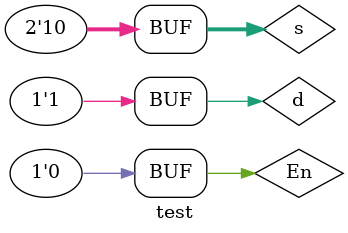
<source format=v>
`timescale 1ns / 1ps


module test;

	// Inputs
	reg d;
	reg [1:0] s;
	reg En;

	// Outputs
	wire [3:0] y;

	// Instantiate the Unit Under Test (UUT)
	demux1to4En uut (
		.d(d), 
		.s(s), 
		.En(En), 
		.y(y)
	);

initial begin
d = 1'b1;
s = 2'b00;
En = 0;
#100;
d = 1'b1;
s = 2'b00;
En = 1;
#100;
d = 1'b1;
s = 2'b01;
En = 1;
#100;
d = 1'b1;
s = 2'b10;
En = 1;
#100;
d = 1'b1;
s = 2'b11;
En = 1;
#100;
d = 1'b1;
s = 2'b10;
En = 0;
#100;
	end     
endmodule


</source>
